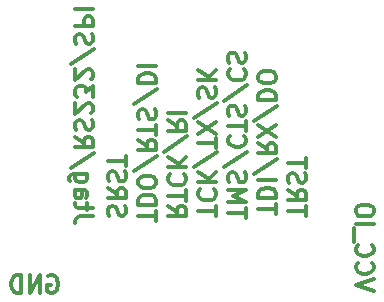
<source format=gbo>
G04 (created by PCBNEW (2013-07-07 BZR 4022)-stable) date 7/16/2015 11:13:14 AM*
%MOIN*%
G04 Gerber Fmt 3.4, Leading zero omitted, Abs format*
%FSLAX34Y34*%
G01*
G70*
G90*
G04 APERTURE LIST*
%ADD10C,0.00590551*%
%ADD11C,0.011811*%
%ADD12C,0.0354*%
%ADD13C,0.0593*%
%ADD14R,0.055X0.055*%
%ADD15C,0.055*%
%ADD16R,0.062X0.09*%
%ADD17O,0.062X0.09*%
G04 APERTURE END LIST*
G54D10*
G54D11*
X96601Y-72712D02*
X96010Y-72515D01*
X96601Y-72318D01*
X96067Y-71784D02*
X96039Y-71812D01*
X96010Y-71896D01*
X96010Y-71953D01*
X96039Y-72037D01*
X96095Y-72093D01*
X96151Y-72121D01*
X96264Y-72149D01*
X96348Y-72149D01*
X96460Y-72121D01*
X96517Y-72093D01*
X96573Y-72037D01*
X96601Y-71953D01*
X96601Y-71896D01*
X96573Y-71812D01*
X96545Y-71784D01*
X96067Y-71193D02*
X96039Y-71221D01*
X96010Y-71306D01*
X96010Y-71362D01*
X96039Y-71446D01*
X96095Y-71503D01*
X96151Y-71531D01*
X96264Y-71559D01*
X96348Y-71559D01*
X96460Y-71531D01*
X96517Y-71503D01*
X96573Y-71446D01*
X96601Y-71362D01*
X96601Y-71306D01*
X96573Y-71221D01*
X96545Y-71193D01*
X95954Y-71081D02*
X95954Y-70631D01*
X96010Y-70490D02*
X96601Y-70490D01*
X96601Y-70097D02*
X96601Y-69984D01*
X96573Y-69928D01*
X96517Y-69872D01*
X96404Y-69843D01*
X96207Y-69843D01*
X96095Y-69872D01*
X96039Y-69928D01*
X96010Y-69984D01*
X96010Y-70097D01*
X96039Y-70153D01*
X96095Y-70209D01*
X96207Y-70237D01*
X96404Y-70237D01*
X96517Y-70209D01*
X96573Y-70153D01*
X96601Y-70097D01*
X94351Y-70220D02*
X94351Y-69882D01*
X93760Y-70051D02*
X94351Y-70051D01*
X93760Y-69348D02*
X94042Y-69545D01*
X93760Y-69685D02*
X94351Y-69685D01*
X94351Y-69460D01*
X94323Y-69404D01*
X94295Y-69376D01*
X94239Y-69348D01*
X94154Y-69348D01*
X94098Y-69376D01*
X94070Y-69404D01*
X94042Y-69460D01*
X94042Y-69685D01*
X93789Y-69123D02*
X93760Y-69039D01*
X93760Y-68898D01*
X93789Y-68842D01*
X93817Y-68814D01*
X93873Y-68785D01*
X93929Y-68785D01*
X93985Y-68814D01*
X94014Y-68842D01*
X94042Y-68898D01*
X94070Y-69010D01*
X94098Y-69067D01*
X94126Y-69095D01*
X94182Y-69123D01*
X94239Y-69123D01*
X94295Y-69095D01*
X94323Y-69067D01*
X94351Y-69010D01*
X94351Y-68870D01*
X94323Y-68785D01*
X94351Y-68617D02*
X94351Y-68279D01*
X93760Y-68448D02*
X94351Y-68448D01*
X93351Y-70154D02*
X93351Y-69816D01*
X92760Y-69985D02*
X93351Y-69985D01*
X92760Y-69620D02*
X93351Y-69620D01*
X93351Y-69479D01*
X93323Y-69395D01*
X93267Y-69338D01*
X93210Y-69310D01*
X93098Y-69282D01*
X93014Y-69282D01*
X92901Y-69310D01*
X92845Y-69338D01*
X92789Y-69395D01*
X92760Y-69479D01*
X92760Y-69620D01*
X92760Y-69029D02*
X93351Y-69029D01*
X93379Y-68326D02*
X92620Y-68832D01*
X92760Y-67792D02*
X93042Y-67989D01*
X92760Y-68129D02*
X93351Y-68129D01*
X93351Y-67904D01*
X93323Y-67848D01*
X93295Y-67820D01*
X93239Y-67792D01*
X93154Y-67792D01*
X93098Y-67820D01*
X93070Y-67848D01*
X93042Y-67904D01*
X93042Y-68129D01*
X93351Y-67595D02*
X92760Y-67201D01*
X93351Y-67201D02*
X92760Y-67595D01*
X93379Y-66554D02*
X92620Y-67061D01*
X92760Y-66357D02*
X93351Y-66357D01*
X93351Y-66217D01*
X93323Y-66133D01*
X93267Y-66076D01*
X93210Y-66048D01*
X93098Y-66020D01*
X93014Y-66020D01*
X92901Y-66048D01*
X92845Y-66076D01*
X92789Y-66133D01*
X92760Y-66217D01*
X92760Y-66357D01*
X93351Y-65654D02*
X93351Y-65542D01*
X93323Y-65486D01*
X93267Y-65429D01*
X93154Y-65401D01*
X92957Y-65401D01*
X92845Y-65429D01*
X92789Y-65486D01*
X92760Y-65542D01*
X92760Y-65654D01*
X92789Y-65711D01*
X92845Y-65767D01*
X92957Y-65795D01*
X93154Y-65795D01*
X93267Y-65767D01*
X93323Y-65711D01*
X93351Y-65654D01*
X92351Y-70284D02*
X92351Y-69946D01*
X91760Y-70115D02*
X92351Y-70115D01*
X91760Y-69749D02*
X92351Y-69749D01*
X91929Y-69552D01*
X92351Y-69356D01*
X91760Y-69356D01*
X91789Y-69102D02*
X91760Y-69018D01*
X91760Y-68877D01*
X91789Y-68821D01*
X91817Y-68793D01*
X91873Y-68765D01*
X91929Y-68765D01*
X91985Y-68793D01*
X92014Y-68821D01*
X92042Y-68877D01*
X92070Y-68990D01*
X92098Y-69046D01*
X92126Y-69074D01*
X92182Y-69102D01*
X92239Y-69102D01*
X92295Y-69074D01*
X92323Y-69046D01*
X92351Y-68990D01*
X92351Y-68849D01*
X92323Y-68765D01*
X92379Y-68090D02*
X91620Y-68596D01*
X91817Y-67556D02*
X91789Y-67584D01*
X91760Y-67668D01*
X91760Y-67724D01*
X91789Y-67809D01*
X91845Y-67865D01*
X91901Y-67893D01*
X92014Y-67921D01*
X92098Y-67921D01*
X92210Y-67893D01*
X92267Y-67865D01*
X92323Y-67809D01*
X92351Y-67724D01*
X92351Y-67668D01*
X92323Y-67584D01*
X92295Y-67556D01*
X92351Y-67387D02*
X92351Y-67050D01*
X91760Y-67218D02*
X92351Y-67218D01*
X91789Y-66881D02*
X91760Y-66796D01*
X91760Y-66656D01*
X91789Y-66600D01*
X91817Y-66571D01*
X91873Y-66543D01*
X91929Y-66543D01*
X91985Y-66571D01*
X92014Y-66600D01*
X92042Y-66656D01*
X92070Y-66768D01*
X92098Y-66825D01*
X92126Y-66853D01*
X92182Y-66881D01*
X92239Y-66881D01*
X92295Y-66853D01*
X92323Y-66825D01*
X92351Y-66768D01*
X92351Y-66628D01*
X92323Y-66543D01*
X92379Y-65868D02*
X91620Y-66375D01*
X91817Y-65334D02*
X91789Y-65362D01*
X91760Y-65447D01*
X91760Y-65503D01*
X91789Y-65587D01*
X91845Y-65643D01*
X91901Y-65672D01*
X92014Y-65700D01*
X92098Y-65700D01*
X92210Y-65672D01*
X92267Y-65643D01*
X92323Y-65587D01*
X92351Y-65503D01*
X92351Y-65447D01*
X92323Y-65362D01*
X92295Y-65334D01*
X91789Y-65109D02*
X91760Y-65025D01*
X91760Y-64884D01*
X91789Y-64828D01*
X91817Y-64800D01*
X91873Y-64772D01*
X91929Y-64772D01*
X91985Y-64800D01*
X92014Y-64828D01*
X92042Y-64884D01*
X92070Y-64997D01*
X92098Y-65053D01*
X92126Y-65081D01*
X92182Y-65109D01*
X92239Y-65109D01*
X92295Y-65081D01*
X92323Y-65053D01*
X92351Y-64997D01*
X92351Y-64856D01*
X92323Y-64772D01*
X91351Y-70210D02*
X91351Y-69873D01*
X90760Y-70041D02*
X91351Y-70041D01*
X90817Y-69338D02*
X90789Y-69366D01*
X90760Y-69451D01*
X90760Y-69507D01*
X90789Y-69591D01*
X90845Y-69648D01*
X90901Y-69676D01*
X91014Y-69704D01*
X91098Y-69704D01*
X91210Y-69676D01*
X91267Y-69648D01*
X91323Y-69591D01*
X91351Y-69507D01*
X91351Y-69451D01*
X91323Y-69366D01*
X91295Y-69338D01*
X90760Y-69085D02*
X91351Y-69085D01*
X90760Y-68748D02*
X91098Y-69001D01*
X91351Y-68748D02*
X91014Y-69085D01*
X91379Y-68073D02*
X90620Y-68579D01*
X91351Y-67960D02*
X91351Y-67623D01*
X90760Y-67792D02*
X91351Y-67792D01*
X91351Y-67482D02*
X90760Y-67089D01*
X91351Y-67089D02*
X90760Y-67482D01*
X91379Y-66442D02*
X90620Y-66948D01*
X90789Y-66273D02*
X90760Y-66189D01*
X90760Y-66048D01*
X90789Y-65992D01*
X90817Y-65964D01*
X90873Y-65936D01*
X90929Y-65936D01*
X90985Y-65964D01*
X91014Y-65992D01*
X91042Y-66048D01*
X91070Y-66161D01*
X91098Y-66217D01*
X91126Y-66245D01*
X91182Y-66273D01*
X91239Y-66273D01*
X91295Y-66245D01*
X91323Y-66217D01*
X91351Y-66161D01*
X91351Y-66020D01*
X91323Y-65936D01*
X90760Y-65683D02*
X91351Y-65683D01*
X90760Y-65345D02*
X91098Y-65598D01*
X91351Y-65345D02*
X91014Y-65683D01*
X89760Y-69877D02*
X90042Y-70074D01*
X89760Y-70215D02*
X90351Y-70215D01*
X90351Y-69990D01*
X90323Y-69934D01*
X90295Y-69906D01*
X90239Y-69877D01*
X90154Y-69877D01*
X90098Y-69906D01*
X90070Y-69934D01*
X90042Y-69990D01*
X90042Y-70215D01*
X90351Y-69709D02*
X90351Y-69371D01*
X89760Y-69540D02*
X90351Y-69540D01*
X89817Y-68837D02*
X89789Y-68865D01*
X89760Y-68949D01*
X89760Y-69006D01*
X89789Y-69090D01*
X89845Y-69146D01*
X89901Y-69174D01*
X90014Y-69203D01*
X90098Y-69203D01*
X90210Y-69174D01*
X90267Y-69146D01*
X90323Y-69090D01*
X90351Y-69006D01*
X90351Y-68949D01*
X90323Y-68865D01*
X90295Y-68837D01*
X89760Y-68584D02*
X90351Y-68584D01*
X89760Y-68246D02*
X90098Y-68500D01*
X90351Y-68246D02*
X90014Y-68584D01*
X90379Y-67571D02*
X89620Y-68078D01*
X89760Y-67037D02*
X90042Y-67234D01*
X89760Y-67375D02*
X90351Y-67375D01*
X90351Y-67150D01*
X90323Y-67093D01*
X90295Y-67065D01*
X90239Y-67037D01*
X90154Y-67037D01*
X90098Y-67065D01*
X90070Y-67093D01*
X90042Y-67150D01*
X90042Y-67375D01*
X89760Y-66784D02*
X90351Y-66784D01*
X87789Y-70220D02*
X87760Y-70135D01*
X87760Y-69995D01*
X87789Y-69938D01*
X87817Y-69910D01*
X87873Y-69882D01*
X87929Y-69882D01*
X87985Y-69910D01*
X88014Y-69938D01*
X88042Y-69995D01*
X88070Y-70107D01*
X88098Y-70163D01*
X88126Y-70192D01*
X88182Y-70220D01*
X88239Y-70220D01*
X88295Y-70192D01*
X88323Y-70163D01*
X88351Y-70107D01*
X88351Y-69967D01*
X88323Y-69882D01*
X87760Y-69292D02*
X88042Y-69489D01*
X87760Y-69629D02*
X88351Y-69629D01*
X88351Y-69404D01*
X88323Y-69348D01*
X88295Y-69320D01*
X88239Y-69292D01*
X88154Y-69292D01*
X88098Y-69320D01*
X88070Y-69348D01*
X88042Y-69404D01*
X88042Y-69629D01*
X87789Y-69067D02*
X87760Y-68982D01*
X87760Y-68842D01*
X87789Y-68785D01*
X87817Y-68757D01*
X87873Y-68729D01*
X87929Y-68729D01*
X87985Y-68757D01*
X88014Y-68785D01*
X88042Y-68842D01*
X88070Y-68954D01*
X88098Y-69010D01*
X88126Y-69039D01*
X88182Y-69067D01*
X88239Y-69067D01*
X88295Y-69039D01*
X88323Y-69010D01*
X88351Y-68954D01*
X88351Y-68814D01*
X88323Y-68729D01*
X88351Y-68561D02*
X88351Y-68223D01*
X87760Y-68392D02*
X88351Y-68392D01*
X89351Y-70379D02*
X89351Y-70041D01*
X88760Y-70210D02*
X89351Y-70210D01*
X88760Y-69845D02*
X89351Y-69845D01*
X89351Y-69704D01*
X89323Y-69620D01*
X89267Y-69563D01*
X89210Y-69535D01*
X89098Y-69507D01*
X89014Y-69507D01*
X88901Y-69535D01*
X88845Y-69563D01*
X88789Y-69620D01*
X88760Y-69704D01*
X88760Y-69845D01*
X89351Y-69142D02*
X89351Y-69029D01*
X89323Y-68973D01*
X89267Y-68917D01*
X89154Y-68888D01*
X88957Y-68888D01*
X88845Y-68917D01*
X88789Y-68973D01*
X88760Y-69029D01*
X88760Y-69142D01*
X88789Y-69198D01*
X88845Y-69254D01*
X88957Y-69282D01*
X89154Y-69282D01*
X89267Y-69254D01*
X89323Y-69198D01*
X89351Y-69142D01*
X89379Y-68214D02*
X88620Y-68720D01*
X88760Y-67679D02*
X89042Y-67876D01*
X88760Y-68017D02*
X89351Y-68017D01*
X89351Y-67792D01*
X89323Y-67735D01*
X89295Y-67707D01*
X89239Y-67679D01*
X89154Y-67679D01*
X89098Y-67707D01*
X89070Y-67735D01*
X89042Y-67792D01*
X89042Y-68017D01*
X89351Y-67510D02*
X89351Y-67173D01*
X88760Y-67342D02*
X89351Y-67342D01*
X88789Y-67004D02*
X88760Y-66920D01*
X88760Y-66779D01*
X88789Y-66723D01*
X88817Y-66695D01*
X88873Y-66667D01*
X88929Y-66667D01*
X88985Y-66695D01*
X89014Y-66723D01*
X89042Y-66779D01*
X89070Y-66892D01*
X89098Y-66948D01*
X89126Y-66976D01*
X89182Y-67004D01*
X89239Y-67004D01*
X89295Y-66976D01*
X89323Y-66948D01*
X89351Y-66892D01*
X89351Y-66751D01*
X89323Y-66667D01*
X89379Y-65992D02*
X88620Y-66498D01*
X88760Y-65795D02*
X89351Y-65795D01*
X89351Y-65654D01*
X89323Y-65570D01*
X89267Y-65514D01*
X89210Y-65486D01*
X89098Y-65458D01*
X89014Y-65458D01*
X88901Y-65486D01*
X88845Y-65514D01*
X88789Y-65570D01*
X88760Y-65654D01*
X88760Y-65795D01*
X88760Y-65205D02*
X89351Y-65205D01*
X85749Y-72226D02*
X85806Y-72198D01*
X85890Y-72198D01*
X85974Y-72226D01*
X86031Y-72282D01*
X86059Y-72339D01*
X86087Y-72451D01*
X86087Y-72535D01*
X86059Y-72648D01*
X86031Y-72704D01*
X85974Y-72760D01*
X85890Y-72789D01*
X85834Y-72789D01*
X85749Y-72760D01*
X85721Y-72732D01*
X85721Y-72535D01*
X85834Y-72535D01*
X85468Y-72789D02*
X85468Y-72198D01*
X85131Y-72789D01*
X85131Y-72198D01*
X84850Y-72789D02*
X84850Y-72198D01*
X84709Y-72198D01*
X84625Y-72226D01*
X84568Y-72282D01*
X84540Y-72339D01*
X84512Y-72451D01*
X84512Y-72535D01*
X84540Y-72648D01*
X84568Y-72704D01*
X84625Y-72760D01*
X84709Y-72789D01*
X84850Y-72789D01*
X87251Y-70224D02*
X86829Y-70224D01*
X86745Y-70252D01*
X86689Y-70308D01*
X86660Y-70393D01*
X86660Y-70449D01*
X87054Y-70027D02*
X87054Y-69802D01*
X87251Y-69943D02*
X86745Y-69943D01*
X86689Y-69915D01*
X86660Y-69858D01*
X86660Y-69802D01*
X86660Y-69352D02*
X86970Y-69352D01*
X87026Y-69380D01*
X87054Y-69437D01*
X87054Y-69549D01*
X87026Y-69605D01*
X86689Y-69352D02*
X86660Y-69409D01*
X86660Y-69549D01*
X86689Y-69605D01*
X86745Y-69634D01*
X86801Y-69634D01*
X86857Y-69605D01*
X86885Y-69549D01*
X86885Y-69409D01*
X86914Y-69352D01*
X87054Y-68818D02*
X86576Y-68818D01*
X86520Y-68846D01*
X86492Y-68874D01*
X86464Y-68930D01*
X86464Y-69015D01*
X86492Y-69071D01*
X86689Y-68818D02*
X86660Y-68874D01*
X86660Y-68987D01*
X86689Y-69043D01*
X86717Y-69071D01*
X86773Y-69099D01*
X86942Y-69099D01*
X86998Y-69071D01*
X87026Y-69043D01*
X87054Y-68987D01*
X87054Y-68874D01*
X87026Y-68818D01*
X87279Y-68115D02*
X86520Y-68621D01*
X86660Y-67581D02*
X86942Y-67778D01*
X86660Y-67918D02*
X87251Y-67918D01*
X87251Y-67693D01*
X87223Y-67637D01*
X87195Y-67609D01*
X87139Y-67581D01*
X87054Y-67581D01*
X86998Y-67609D01*
X86970Y-67637D01*
X86942Y-67693D01*
X86942Y-67918D01*
X86689Y-67356D02*
X86660Y-67271D01*
X86660Y-67131D01*
X86689Y-67074D01*
X86717Y-67046D01*
X86773Y-67018D01*
X86829Y-67018D01*
X86885Y-67046D01*
X86914Y-67074D01*
X86942Y-67131D01*
X86970Y-67243D01*
X86998Y-67299D01*
X87026Y-67328D01*
X87082Y-67356D01*
X87139Y-67356D01*
X87195Y-67328D01*
X87223Y-67299D01*
X87251Y-67243D01*
X87251Y-67103D01*
X87223Y-67018D01*
X87195Y-66793D02*
X87223Y-66765D01*
X87251Y-66709D01*
X87251Y-66568D01*
X87223Y-66512D01*
X87195Y-66484D01*
X87139Y-66456D01*
X87082Y-66456D01*
X86998Y-66484D01*
X86660Y-66821D01*
X86660Y-66456D01*
X87251Y-66259D02*
X87251Y-65893D01*
X87026Y-66090D01*
X87026Y-66006D01*
X86998Y-65950D01*
X86970Y-65921D01*
X86914Y-65893D01*
X86773Y-65893D01*
X86717Y-65921D01*
X86689Y-65950D01*
X86660Y-66006D01*
X86660Y-66175D01*
X86689Y-66231D01*
X86717Y-66259D01*
X87195Y-65668D02*
X87223Y-65640D01*
X87251Y-65584D01*
X87251Y-65443D01*
X87223Y-65387D01*
X87195Y-65359D01*
X87139Y-65331D01*
X87082Y-65331D01*
X86998Y-65359D01*
X86660Y-65697D01*
X86660Y-65331D01*
X87279Y-64656D02*
X86520Y-65162D01*
X86689Y-64487D02*
X86660Y-64403D01*
X86660Y-64262D01*
X86689Y-64206D01*
X86717Y-64178D01*
X86773Y-64150D01*
X86829Y-64150D01*
X86885Y-64178D01*
X86914Y-64206D01*
X86942Y-64262D01*
X86970Y-64375D01*
X86998Y-64431D01*
X87026Y-64459D01*
X87082Y-64487D01*
X87139Y-64487D01*
X87195Y-64459D01*
X87223Y-64431D01*
X87251Y-64375D01*
X87251Y-64234D01*
X87223Y-64150D01*
X86660Y-63897D02*
X87251Y-63897D01*
X87251Y-63672D01*
X87223Y-63616D01*
X87195Y-63587D01*
X87139Y-63559D01*
X87054Y-63559D01*
X86998Y-63587D01*
X86970Y-63616D01*
X86942Y-63672D01*
X86942Y-63897D01*
X86660Y-63306D02*
X87251Y-63306D01*
%LPC*%
G54D12*
X85985Y-65334D03*
X85985Y-67066D03*
G54D13*
X95250Y-70750D03*
X95250Y-71750D03*
X94250Y-70750D03*
X94250Y-71750D03*
X93250Y-70750D03*
X93250Y-71750D03*
X92250Y-70750D03*
X92250Y-71750D03*
X91250Y-70750D03*
X91250Y-71750D03*
X90250Y-70750D03*
X90250Y-71750D03*
X89250Y-70750D03*
X89250Y-71750D03*
X88250Y-70750D03*
X88250Y-71750D03*
X87250Y-70750D03*
X87250Y-71750D03*
X86250Y-70750D03*
X86250Y-71750D03*
G54D14*
X98200Y-70000D03*
G54D15*
X98200Y-71000D03*
X98200Y-72000D03*
G54D16*
X97800Y-65600D03*
G54D17*
X96800Y-65600D03*
X95800Y-65600D03*
X94800Y-65600D03*
X94800Y-68600D03*
X95800Y-68600D03*
X96800Y-68600D03*
X97800Y-68600D03*
M02*

</source>
